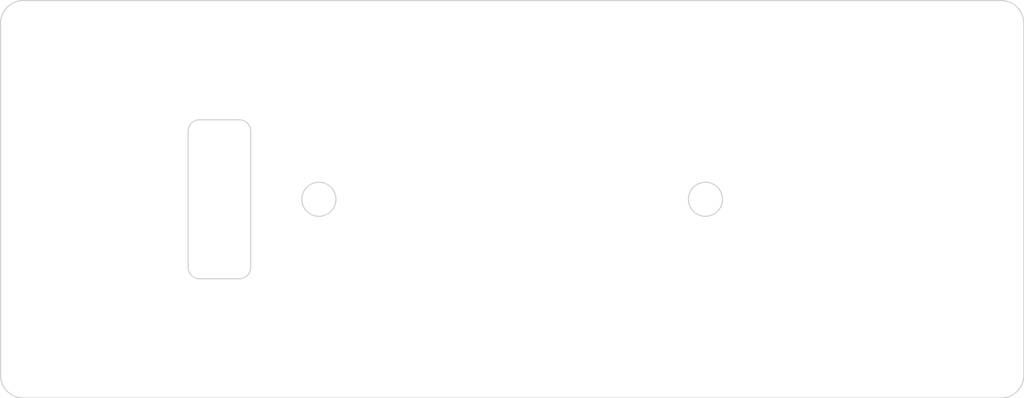
<source format=kicad_pcb>
(kicad_pcb
	(version 20241229)
	(generator "pcbnew")
	(generator_version "9.0")
	(general
		(thickness 2.09)
		(legacy_teardrops no)
	)
	(paper "A4")
	(layers
		(0 "F.Cu" signal)
		(2 "B.Cu" signal)
		(9 "F.Adhes" user "F.Adhesive")
		(11 "B.Adhes" user "B.Adhesive")
		(13 "F.Paste" user)
		(15 "B.Paste" user)
		(5 "F.SilkS" user "F.Silkscreen")
		(7 "B.SilkS" user "B.Silkscreen")
		(1 "F.Mask" user)
		(3 "B.Mask" user)
		(17 "Dwgs.User" user "User.Drawings")
		(19 "Cmts.User" user "User.Comments")
		(21 "Eco1.User" user "User.Eco1")
		(23 "Eco2.User" user "User.Eco2")
		(25 "Edge.Cuts" user)
		(27 "Margin" user)
		(31 "F.CrtYd" user "F.Courtyard")
		(29 "B.CrtYd" user "B.Courtyard")
		(35 "F.Fab" user)
		(33 "B.Fab" user)
		(39 "User.1" user)
		(41 "User.2" user)
		(43 "User.3" user)
		(45 "User.4" user)
	)
	(setup
		(stackup
			(layer "F.SilkS"
				(type "Top Silk Screen")
			)
			(layer "F.Paste"
				(type "Top Solder Paste")
			)
			(layer "F.Mask"
				(type "Top Solder Mask")
				(thickness 0.01)
			)
			(layer "F.Cu"
				(type "copper")
				(thickness 0.035)
			)
			(layer "dielectric 1"
				(type "core")
				(thickness 2)
				(material "FR4")
				(epsilon_r 4.5)
				(loss_tangent 0.02)
			)
			(layer "B.Cu"
				(type "copper")
				(thickness 0.035)
			)
			(layer "B.Mask"
				(type "Bottom Solder Mask")
				(thickness 0.01)
			)
			(layer "B.Paste"
				(type "Bottom Solder Paste")
			)
			(layer "B.SilkS"
				(type "Bottom Silk Screen")
			)
			(copper_finish "None")
			(dielectric_constraints no)
		)
		(pad_to_mask_clearance 0)
		(allow_soldermask_bridges_in_footprints no)
		(tenting front back)
		(grid_origin 60 125)
		(pcbplotparams
			(layerselection 0x00000000_00000000_55555555_5755f5ff)
			(plot_on_all_layers_selection 0x00000000_00000000_00000000_00000000)
			(disableapertmacros no)
			(usegerberextensions no)
			(usegerberattributes yes)
			(usegerberadvancedattributes yes)
			(creategerberjobfile yes)
			(dashed_line_dash_ratio 12.000000)
			(dashed_line_gap_ratio 3.000000)
			(svgprecision 4)
			(plotframeref no)
			(mode 1)
			(useauxorigin no)
			(hpglpennumber 1)
			(hpglpenspeed 20)
			(hpglpendiameter 15.000000)
			(pdf_front_fp_property_popups yes)
			(pdf_back_fp_property_popups yes)
			(pdf_metadata yes)
			(pdf_single_document no)
			(dxfpolygonmode yes)
			(dxfimperialunits yes)
			(dxfusepcbnewfont yes)
			(psnegative no)
			(psa4output no)
			(plot_black_and_white yes)
			(sketchpadsonfab no)
			(plotpadnumbers no)
			(hidednponfab no)
			(sketchdnponfab yes)
			(crossoutdnponfab yes)
			(subtractmaskfromsilk no)
			(outputformat 1)
			(mirror no)
			(drillshape 1)
			(scaleselection 1)
			(outputdirectory "")
		)
	)
	(net 0 "")
	(gr_line
		(start 68.75 112.75)
		(end 70.5 112.75)
		(stroke
			(width 0.05)
			(type default)
		)
		(layer "Edge.Cuts")
		(uuid "062bf45a-7552-4a94-aec3-217ac3d2134c")
	)
	(gr_line
		(start 61 125)
		(end 104 125)
		(stroke
			(width 0.05)
			(type solid)
		)
		(layer "Edge.Cuts")
		(uuid "0deb5379-a441-4fad-b3c0-ec197cbdc4f0")
	)
	(gr_arc
		(start 105 124)
		(mid 104.707107 124.707107)
		(end 104 125)
		(stroke
			(width 0.05)
			(type solid)
		)
		(layer "Edge.Cuts")
		(uuid "33f9fdff-ccca-41ba-8ed1-d5368b3b4e53")
	)
	(gr_arc
		(start 70.5 112.75)
		(mid 70.853553 112.896447)
		(end 71 113.25)
		(stroke
			(width 0.05)
			(type default)
		)
		(layer "Edge.Cuts")
		(uuid "39946e7b-1165-41c9-b44a-318bfdefc80f")
	)
	(gr_arc
		(start 68.25 113.25)
		(mid 68.396447 112.896447)
		(end 68.75 112.75)
		(stroke
			(width 0.05)
			(type default)
		)
		(layer "Edge.Cuts")
		(uuid "513e0b2a-b802-4406-85e9-ae5d5ec2617d")
	)
	(gr_arc
		(start 71 119.25)
		(mid 70.853553 119.603553)
		(end 70.5 119.75)
		(stroke
			(width 0.05)
			(type default)
		)
		(layer "Edge.Cuts")
		(uuid "692ff3d3-a234-4641-87ac-809aac33a4ea")
	)
	(gr_line
		(start 60 108.5)
		(end 60 124)
		(stroke
			(width 0.05)
			(type solid)
		)
		(layer "Edge.Cuts")
		(uuid "88721cbd-1e22-4141-a877-3bcddbba362c")
	)
	(gr_line
		(start 68.25 119.25)
		(end 68.25 113.25)
		(stroke
			(width 0.05)
			(type default)
		)
		(layer "Edge.Cuts")
		(uuid "91d3a5aa-7819-411a-99f3-6d917b637b02")
	)
	(gr_arc
		(start 60 108.5)
		(mid 60.292893 107.792893)
		(end 61 107.5)
		(stroke
			(width 0.05)
			(type solid)
		)
		(layer "Edge.Cuts")
		(uuid "98cdf52d-5d53-4036-817d-a789787a925c")
	)
	(gr_line
		(start 105 108.5)
		(end 105 124)
		(stroke
			(width 0.05)
			(type solid)
		)
		(layer "Edge.Cuts")
		(uuid "a5cbcf74-8658-48b6-8b80-fc61431cc516")
	)
	(gr_line
		(start 71 113.25)
		(end 71 119.25)
		(stroke
			(width 0.05)
			(type default)
		)
		(layer "Edge.Cuts")
		(uuid "b422bbe4-a660-49a2-884e-a3651188e1c2")
	)
	(gr_circle
		(center 91 116.25)
		(end 91.75 116.25)
		(stroke
			(width 0.05)
			(type solid)
		)
		(fill no)
		(layer "Edge.Cuts")
		(uuid "bae06e24-47f6-4729-ac46-4ba73115b9f4")
	)
	(gr_arc
		(start 68.75 119.75)
		(mid 68.396447 119.603553)
		(end 68.25 119.25)
		(stroke
			(width 0.05)
			(type default)
		)
		(layer "Edge.Cuts")
		(uuid "ce7165da-acde-45ae-8f06-c3d6352acca6")
	)
	(gr_arc
		(start 104 107.5)
		(mid 104.707107 107.792893)
		(end 105 108.5)
		(stroke
			(width 0.05)
			(type solid)
		)
		(layer "Edge.Cuts")
		(uuid "d13af807-0452-4cae-9c55-719c7981f05e")
	)
	(gr_arc
		(start 61 125)
		(mid 60.292893 124.707107)
		(end 60 124)
		(stroke
			(width 0.05)
			(type solid)
		)
		(layer "Edge.Cuts")
		(uuid "d21e0444-df14-42f3-871a-818af9294980")
	)
	(gr_line
		(start 61 107.5)
		(end 104 107.5)
		(stroke
			(width 0.05)
			(type solid)
		)
		(layer "Edge.Cuts")
		(uuid "d9f99e34-b7d0-41ae-8b51-452ba41904a1")
	)
	(gr_circle
		(center 74 116.25)
		(end 74.75 116.25)
		(stroke
			(width 0.05)
			(type solid)
		)
		(fill no)
		(layer "Edge.Cuts")
		(uuid "db1ce702-a83f-431d-a2f8-9e0590db67be")
	)
	(gr_line
		(start 68.75 119.75)
		(end 70.5 119.75)
		(stroke
			(width 0.05)
			(type default)
		)
		(layer "Edge.Cuts")
		(uuid "e7d5cd7f-4d61-479d-ae92-23c77eb5f518")
	)
	(embedded_fonts no)
)

</source>
